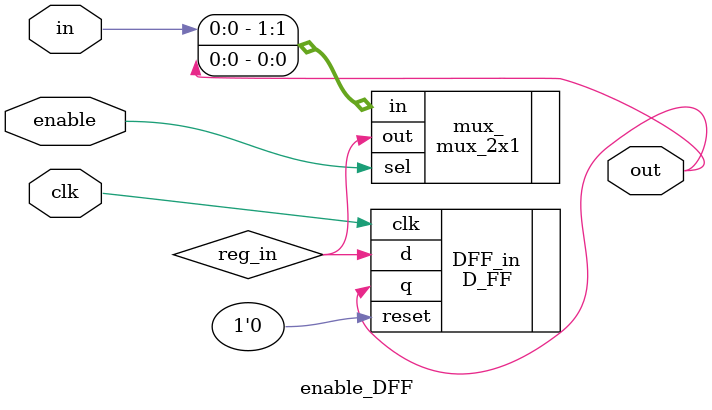
<source format=sv>
module enable_DFF (in, out, enable, clk);

    input logic in, enable, clk;
    output logic out;
    logic reg_in;

    mux_2x1 mux_ (.in({in, out}), .out(reg_in), .sel(enable));
    D_FF DFF_in (.d(reg_in), .q(out), .reset(1'b0), .clk(clk));

endmodule

</source>
